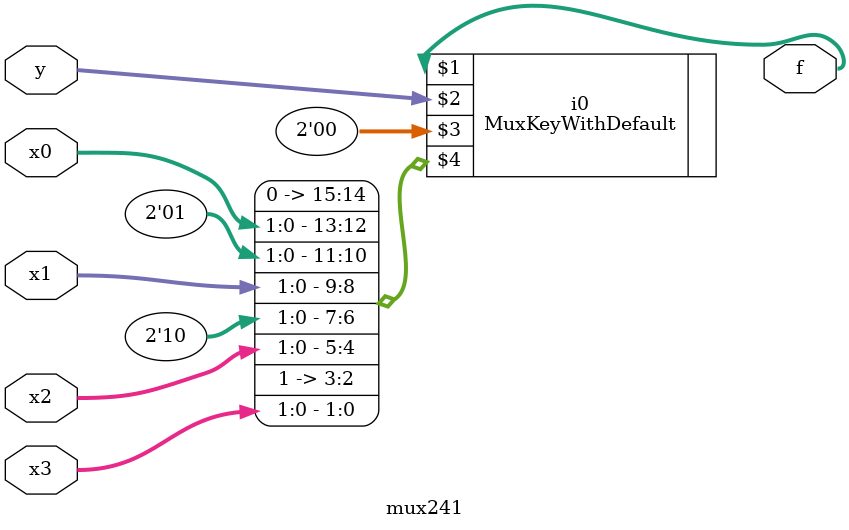
<source format=v>
module mux241(x0, x1, x2, x3, y, f);
	input	[1:0] x0, x1, x2, x3;
	input	[1:0] y;       
  	output  [1:0] f;          
/*
	MuxKey #(4, 2, 2) i0 (f, y, {
		2'b00 , x0,
		2'b01 , x1,
		2'b10 , x2,
		2'b11 , x3
	});
*/

	MuxKeyWithDefault #(4, 2, 2) i0 (f, y, 2'b00, {
    		2'b00, x0,
    		2'b01, x1,
    		2'b10, x2,
    		2'b11, x3
  	});
endmodule



</source>
